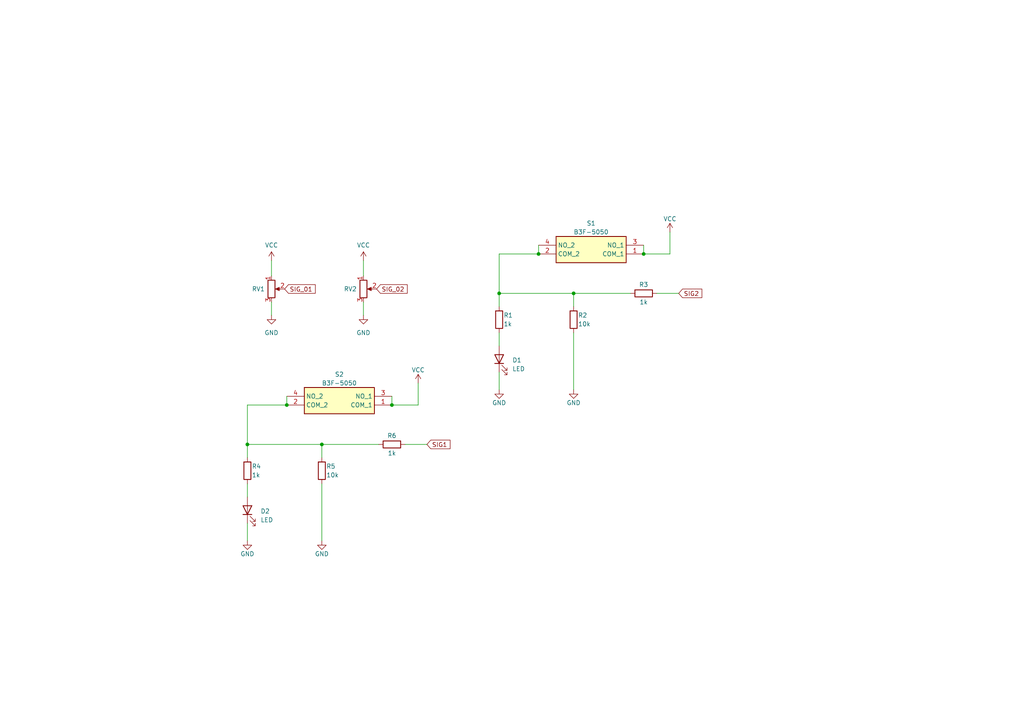
<source format=kicad_sch>
(kicad_sch (version 20230121) (generator eeschema)

  (uuid 999aa2d3-bb5e-4a02-bf60-c8bfc7c4e930)

  (paper "A4")

  (lib_symbols
    (symbol "B3F-5050:B3F-5050" (in_bom yes) (on_board yes)
      (property "Reference" "S" (at 26.67 7.62 0)
        (effects (font (size 1.27 1.27)) (justify left top))
      )
      (property "Value" "B3F-5050" (at 26.67 5.08 0)
        (effects (font (size 1.27 1.27)) (justify left top))
      )
      (property "Footprint" "B3F-4055" (at 26.67 -94.92 0)
        (effects (font (size 1.27 1.27)) (justify left top) hide)
      )
      (property "Datasheet" "https://omronfs.omron.com/en_US/ecb/products/pdf/en-b3f.pdf" (at 26.67 -194.92 0)
        (effects (font (size 1.27 1.27)) (justify left top) hide)
      )
      (property "Height" "" (at 26.67 -394.92 0)
        (effects (font (size 1.27 1.27)) (justify left top) hide)
      )
      (property "Mouser Part Number" "653-B3F-5050" (at 26.67 -494.92 0)
        (effects (font (size 1.27 1.27)) (justify left top) hide)
      )
      (property "Mouser Price/Stock" "https://www.mouser.co.uk/ProductDetail/Omron-Electronics/B3F-5050?qs=dOLq8QE0Pqqk%2FO9x2OpTQw%3D%3D" (at 26.67 -594.92 0)
        (effects (font (size 1.27 1.27)) (justify left top) hide)
      )
      (property "Manufacturer_Name" "Omron Electronics" (at 26.67 -694.92 0)
        (effects (font (size 1.27 1.27)) (justify left top) hide)
      )
      (property "Manufacturer_Part_Number" "B3F-5050" (at 26.67 -794.92 0)
        (effects (font (size 1.27 1.27)) (justify left top) hide)
      )
      (property "ki_description" "Tactile Switches 12x12mm Lg Svc Life Ht 7.3mm" (at 0 0 0)
        (effects (font (size 1.27 1.27)) hide)
      )
      (symbol "B3F-5050_1_1"
        (rectangle (start 5.08 2.54) (end 25.4 -5.08)
          (stroke (width 0.254) (type default))
          (fill (type background))
        )
        (pin passive line (at 30.48 -2.54 180) (length 5.08)
          (name "COM_1" (effects (font (size 1.27 1.27))))
          (number "1" (effects (font (size 1.27 1.27))))
        )
        (pin passive line (at 0 -2.54 0) (length 5.08)
          (name "COM_2" (effects (font (size 1.27 1.27))))
          (number "2" (effects (font (size 1.27 1.27))))
        )
        (pin passive line (at 30.48 0 180) (length 5.08)
          (name "NO_1" (effects (font (size 1.27 1.27))))
          (number "3" (effects (font (size 1.27 1.27))))
        )
        (pin passive line (at 0 0 0) (length 5.08)
          (name "NO_2" (effects (font (size 1.27 1.27))))
          (number "4" (effects (font (size 1.27 1.27))))
        )
      )
    )
    (symbol "Device:LED" (pin_numbers hide) (pin_names (offset 1.016) hide) (in_bom yes) (on_board yes)
      (property "Reference" "D" (at 0 2.54 0)
        (effects (font (size 1.27 1.27)))
      )
      (property "Value" "LED" (at 0 -2.54 0)
        (effects (font (size 1.27 1.27)))
      )
      (property "Footprint" "" (at 0 0 0)
        (effects (font (size 1.27 1.27)) hide)
      )
      (property "Datasheet" "~" (at 0 0 0)
        (effects (font (size 1.27 1.27)) hide)
      )
      (property "ki_keywords" "LED diode" (at 0 0 0)
        (effects (font (size 1.27 1.27)) hide)
      )
      (property "ki_description" "Light emitting diode" (at 0 0 0)
        (effects (font (size 1.27 1.27)) hide)
      )
      (property "ki_fp_filters" "LED* LED_SMD:* LED_THT:*" (at 0 0 0)
        (effects (font (size 1.27 1.27)) hide)
      )
      (symbol "LED_0_1"
        (polyline
          (pts
            (xy -1.27 -1.27)
            (xy -1.27 1.27)
          )
          (stroke (width 0.254) (type default))
          (fill (type none))
        )
        (polyline
          (pts
            (xy -1.27 0)
            (xy 1.27 0)
          )
          (stroke (width 0) (type default))
          (fill (type none))
        )
        (polyline
          (pts
            (xy 1.27 -1.27)
            (xy 1.27 1.27)
            (xy -1.27 0)
            (xy 1.27 -1.27)
          )
          (stroke (width 0.254) (type default))
          (fill (type none))
        )
        (polyline
          (pts
            (xy -3.048 -0.762)
            (xy -4.572 -2.286)
            (xy -3.81 -2.286)
            (xy -4.572 -2.286)
            (xy -4.572 -1.524)
          )
          (stroke (width 0) (type default))
          (fill (type none))
        )
        (polyline
          (pts
            (xy -1.778 -0.762)
            (xy -3.302 -2.286)
            (xy -2.54 -2.286)
            (xy -3.302 -2.286)
            (xy -3.302 -1.524)
          )
          (stroke (width 0) (type default))
          (fill (type none))
        )
      )
      (symbol "LED_1_1"
        (pin passive line (at -3.81 0 0) (length 2.54)
          (name "K" (effects (font (size 1.27 1.27))))
          (number "1" (effects (font (size 1.27 1.27))))
        )
        (pin passive line (at 3.81 0 180) (length 2.54)
          (name "A" (effects (font (size 1.27 1.27))))
          (number "2" (effects (font (size 1.27 1.27))))
        )
      )
    )
    (symbol "Device:R" (pin_numbers hide) (pin_names (offset 0)) (in_bom yes) (on_board yes)
      (property "Reference" "R" (at 2.032 0 90)
        (effects (font (size 1.27 1.27)))
      )
      (property "Value" "R" (at 0 0 90)
        (effects (font (size 1.27 1.27)))
      )
      (property "Footprint" "" (at -1.778 0 90)
        (effects (font (size 1.27 1.27)) hide)
      )
      (property "Datasheet" "~" (at 0 0 0)
        (effects (font (size 1.27 1.27)) hide)
      )
      (property "ki_keywords" "R res resistor" (at 0 0 0)
        (effects (font (size 1.27 1.27)) hide)
      )
      (property "ki_description" "Resistor" (at 0 0 0)
        (effects (font (size 1.27 1.27)) hide)
      )
      (property "ki_fp_filters" "R_*" (at 0 0 0)
        (effects (font (size 1.27 1.27)) hide)
      )
      (symbol "R_0_1"
        (rectangle (start -1.016 -2.54) (end 1.016 2.54)
          (stroke (width 0.254) (type default))
          (fill (type none))
        )
      )
      (symbol "R_1_1"
        (pin passive line (at 0 3.81 270) (length 1.27)
          (name "~" (effects (font (size 1.27 1.27))))
          (number "1" (effects (font (size 1.27 1.27))))
        )
        (pin passive line (at 0 -3.81 90) (length 1.27)
          (name "~" (effects (font (size 1.27 1.27))))
          (number "2" (effects (font (size 1.27 1.27))))
        )
      )
    )
    (symbol "Device:R_Potentiometer" (pin_names (offset 1.016) hide) (in_bom yes) (on_board yes)
      (property "Reference" "RV" (at -4.445 0 90)
        (effects (font (size 1.27 1.27)))
      )
      (property "Value" "R_Potentiometer" (at -2.54 0 90)
        (effects (font (size 1.27 1.27)))
      )
      (property "Footprint" "" (at 0 0 0)
        (effects (font (size 1.27 1.27)) hide)
      )
      (property "Datasheet" "~" (at 0 0 0)
        (effects (font (size 1.27 1.27)) hide)
      )
      (property "ki_keywords" "resistor variable" (at 0 0 0)
        (effects (font (size 1.27 1.27)) hide)
      )
      (property "ki_description" "Potentiometer" (at 0 0 0)
        (effects (font (size 1.27 1.27)) hide)
      )
      (property "ki_fp_filters" "Potentiometer*" (at 0 0 0)
        (effects (font (size 1.27 1.27)) hide)
      )
      (symbol "R_Potentiometer_0_1"
        (polyline
          (pts
            (xy 2.54 0)
            (xy 1.524 0)
          )
          (stroke (width 0) (type default))
          (fill (type none))
        )
        (polyline
          (pts
            (xy 1.143 0)
            (xy 2.286 0.508)
            (xy 2.286 -0.508)
            (xy 1.143 0)
          )
          (stroke (width 0) (type default))
          (fill (type outline))
        )
        (rectangle (start 1.016 2.54) (end -1.016 -2.54)
          (stroke (width 0.254) (type default))
          (fill (type none))
        )
      )
      (symbol "R_Potentiometer_1_1"
        (pin passive line (at 0 3.81 270) (length 1.27)
          (name "1" (effects (font (size 1.27 1.27))))
          (number "1" (effects (font (size 1.27 1.27))))
        )
        (pin passive line (at 3.81 0 180) (length 1.27)
          (name "2" (effects (font (size 1.27 1.27))))
          (number "2" (effects (font (size 1.27 1.27))))
        )
        (pin passive line (at 0 -3.81 90) (length 1.27)
          (name "3" (effects (font (size 1.27 1.27))))
          (number "3" (effects (font (size 1.27 1.27))))
        )
      )
    )
    (symbol "power:GND" (power) (pin_names (offset 0)) (in_bom yes) (on_board yes)
      (property "Reference" "#PWR" (at 0 -6.35 0)
        (effects (font (size 1.27 1.27)) hide)
      )
      (property "Value" "GND" (at 0 -3.81 0)
        (effects (font (size 1.27 1.27)))
      )
      (property "Footprint" "" (at 0 0 0)
        (effects (font (size 1.27 1.27)) hide)
      )
      (property "Datasheet" "" (at 0 0 0)
        (effects (font (size 1.27 1.27)) hide)
      )
      (property "ki_keywords" "global power" (at 0 0 0)
        (effects (font (size 1.27 1.27)) hide)
      )
      (property "ki_description" "Power symbol creates a global label with name \"GND\" , ground" (at 0 0 0)
        (effects (font (size 1.27 1.27)) hide)
      )
      (symbol "GND_0_1"
        (polyline
          (pts
            (xy 0 0)
            (xy 0 -1.27)
            (xy 1.27 -1.27)
            (xy 0 -2.54)
            (xy -1.27 -1.27)
            (xy 0 -1.27)
          )
          (stroke (width 0) (type default))
          (fill (type none))
        )
      )
      (symbol "GND_1_1"
        (pin power_in line (at 0 0 270) (length 0) hide
          (name "GND" (effects (font (size 1.27 1.27))))
          (number "1" (effects (font (size 1.27 1.27))))
        )
      )
    )
    (symbol "power:VCC" (power) (pin_names (offset 0)) (in_bom yes) (on_board yes)
      (property "Reference" "#PWR" (at 0 -3.81 0)
        (effects (font (size 1.27 1.27)) hide)
      )
      (property "Value" "VCC" (at 0 3.81 0)
        (effects (font (size 1.27 1.27)))
      )
      (property "Footprint" "" (at 0 0 0)
        (effects (font (size 1.27 1.27)) hide)
      )
      (property "Datasheet" "" (at 0 0 0)
        (effects (font (size 1.27 1.27)) hide)
      )
      (property "ki_keywords" "global power" (at 0 0 0)
        (effects (font (size 1.27 1.27)) hide)
      )
      (property "ki_description" "Power symbol creates a global label with name \"VCC\"" (at 0 0 0)
        (effects (font (size 1.27 1.27)) hide)
      )
      (symbol "VCC_0_1"
        (polyline
          (pts
            (xy -0.762 1.27)
            (xy 0 2.54)
          )
          (stroke (width 0) (type default))
          (fill (type none))
        )
        (polyline
          (pts
            (xy 0 0)
            (xy 0 2.54)
          )
          (stroke (width 0) (type default))
          (fill (type none))
        )
        (polyline
          (pts
            (xy 0 2.54)
            (xy 0.762 1.27)
          )
          (stroke (width 0) (type default))
          (fill (type none))
        )
      )
      (symbol "VCC_1_1"
        (pin power_in line (at 0 0 90) (length 0) hide
          (name "VCC" (effects (font (size 1.27 1.27))))
          (number "1" (effects (font (size 1.27 1.27))))
        )
      )
    )
  )

  (junction (at 156.21 73.66) (diameter 0) (color 0 0 0 0)
    (uuid 316e0fca-e9e8-4da5-bb7f-c517b6c83b9e)
  )
  (junction (at 113.665 117.475) (diameter 0) (color 0 0 0 0)
    (uuid 37a9c55e-69ff-4481-b64c-d87f8a5dfc5c)
  )
  (junction (at 186.69 73.66) (diameter 0) (color 0 0 0 0)
    (uuid 6e48769c-996e-4dde-9eb8-a97627becfb0)
  )
  (junction (at 93.345 128.905) (diameter 0) (color 0 0 0 0)
    (uuid 76485d5b-7e80-43bf-8464-c7f23557673d)
  )
  (junction (at 144.78 85.09) (diameter 0) (color 0 0 0 0)
    (uuid 887dd5bb-dc71-4b41-b3ea-3c4915781370)
  )
  (junction (at 71.755 128.905) (diameter 0) (color 0 0 0 0)
    (uuid d69099d6-6200-4d53-90f5-df290273f650)
  )
  (junction (at 83.185 117.475) (diameter 0) (color 0 0 0 0)
    (uuid da66cda0-9f75-442f-9006-c7e44bd60556)
  )
  (junction (at 166.37 85.09) (diameter 0) (color 0 0 0 0)
    (uuid e0f33de3-3536-4dc0-9ad2-0fc6dc3c5daf)
  )

  (wire (pts (xy 78.74 75.565) (xy 78.74 80.01))
    (stroke (width 0) (type default))
    (uuid 038ffde8-186d-4cfa-a5fa-044a5c77ce88)
  )
  (wire (pts (xy 71.755 128.905) (xy 71.755 132.715))
    (stroke (width 0) (type default))
    (uuid 10f4d343-a84e-456e-97ee-a5c150785a69)
  )
  (wire (pts (xy 156.21 73.66) (xy 156.21 71.12))
    (stroke (width 0) (type default))
    (uuid 18a6613a-a828-4d9d-9a8c-e88c60ee0086)
  )
  (wire (pts (xy 144.78 73.66) (xy 144.78 85.09))
    (stroke (width 0) (type default))
    (uuid 1d3e42bb-e734-44e4-9c1d-b382fbefa299)
  )
  (wire (pts (xy 78.74 87.63) (xy 78.74 91.44))
    (stroke (width 0) (type default))
    (uuid 1ffa9e93-35aa-4973-9aef-dbba1365481d)
  )
  (wire (pts (xy 166.37 96.52) (xy 166.37 113.03))
    (stroke (width 0) (type default))
    (uuid 232952da-e8d0-478c-a850-5ccacb1ef54f)
  )
  (wire (pts (xy 121.285 117.475) (xy 113.665 117.475))
    (stroke (width 0) (type default))
    (uuid 40c2ed78-0de1-45a1-a54f-decb2e460fdb)
  )
  (wire (pts (xy 194.31 67.31) (xy 194.31 73.66))
    (stroke (width 0) (type default))
    (uuid 41fa9dd4-9cb3-4ba2-9475-5d33c3c9e9a2)
  )
  (wire (pts (xy 144.78 107.95) (xy 144.78 113.03))
    (stroke (width 0) (type default))
    (uuid 45b2b6fb-dd63-4677-896f-98c7d1d4ad25)
  )
  (wire (pts (xy 144.78 85.09) (xy 144.78 88.9))
    (stroke (width 0) (type default))
    (uuid 473b8282-d5db-4103-911d-37c04ef11c04)
  )
  (wire (pts (xy 71.755 128.905) (xy 93.345 128.905))
    (stroke (width 0) (type default))
    (uuid 482e5133-eab4-45de-9b1a-c65c4e942dcb)
  )
  (wire (pts (xy 93.345 132.715) (xy 93.345 128.905))
    (stroke (width 0) (type default))
    (uuid 4830dfef-6322-4ac5-afee-200ad54e17a9)
  )
  (wire (pts (xy 83.185 117.475) (xy 83.185 114.935))
    (stroke (width 0) (type default))
    (uuid 61489131-7877-4901-aed0-62a13a0489eb)
  )
  (wire (pts (xy 117.475 128.905) (xy 123.825 128.905))
    (stroke (width 0) (type default))
    (uuid 68df7d7f-1125-4afd-bd3f-926bbc131364)
  )
  (wire (pts (xy 166.37 88.9) (xy 166.37 85.09))
    (stroke (width 0) (type default))
    (uuid 6cdd9671-22de-4e9f-9ea0-588d73fe9999)
  )
  (wire (pts (xy 156.21 73.66) (xy 144.78 73.66))
    (stroke (width 0) (type default))
    (uuid 6ded34f5-9fe5-4d73-a822-f984956e9b9f)
  )
  (wire (pts (xy 83.185 117.475) (xy 71.755 117.475))
    (stroke (width 0) (type default))
    (uuid 7614bae0-b521-41fd-9d29-ab321007d4db)
  )
  (wire (pts (xy 93.345 140.335) (xy 93.345 156.845))
    (stroke (width 0) (type default))
    (uuid 791c0dba-117e-4aa3-a5fc-c1548cf9f4b1)
  )
  (wire (pts (xy 186.69 71.12) (xy 186.69 73.66))
    (stroke (width 0) (type default))
    (uuid 87f7d3e3-30aa-47f9-8b7d-b67a24222b26)
  )
  (wire (pts (xy 71.755 151.765) (xy 71.755 156.845))
    (stroke (width 0) (type default))
    (uuid 88475d42-6b32-47c4-a778-072df12c5fe7)
  )
  (wire (pts (xy 144.78 96.52) (xy 144.78 100.33))
    (stroke (width 0) (type default))
    (uuid 8a67dc1c-5671-4d9b-a1ec-ff6e56edd161)
  )
  (wire (pts (xy 190.5 85.09) (xy 196.85 85.09))
    (stroke (width 0) (type default))
    (uuid 9842cf65-f063-41bc-8e99-2f444333c33d)
  )
  (wire (pts (xy 105.41 87.63) (xy 105.41 91.44))
    (stroke (width 0) (type default))
    (uuid 9cdd9942-effb-40c1-b43c-9fe532ddf477)
  )
  (wire (pts (xy 121.285 111.125) (xy 121.285 117.475))
    (stroke (width 0) (type default))
    (uuid a224285f-4070-4785-a499-7a6dc6991de6)
  )
  (wire (pts (xy 93.345 128.905) (xy 109.855 128.905))
    (stroke (width 0) (type default))
    (uuid a3ebc133-3a5b-422b-9b8f-edf17d805378)
  )
  (wire (pts (xy 194.31 73.66) (xy 186.69 73.66))
    (stroke (width 0) (type default))
    (uuid b9684dfa-d6bb-419c-9031-1b925bccf1d6)
  )
  (wire (pts (xy 71.755 117.475) (xy 71.755 128.905))
    (stroke (width 0) (type default))
    (uuid c81e1d12-6b33-43fe-8e49-95f92316f095)
  )
  (wire (pts (xy 113.665 114.935) (xy 113.665 117.475))
    (stroke (width 0) (type default))
    (uuid ca9453d1-0288-4943-af4a-41b1ec961788)
  )
  (wire (pts (xy 105.41 75.565) (xy 105.41 80.01))
    (stroke (width 0) (type default))
    (uuid d1723b81-ddda-4e07-8954-cad5855a5e11)
  )
  (wire (pts (xy 166.37 85.09) (xy 182.88 85.09))
    (stroke (width 0) (type default))
    (uuid ebd41843-8f5c-4c97-b626-3ed18da3f2c1)
  )
  (wire (pts (xy 144.78 85.09) (xy 166.37 85.09))
    (stroke (width 0) (type default))
    (uuid ef495ee0-3ec1-4acc-8756-bbc5c909b0c0)
  )
  (wire (pts (xy 71.755 140.335) (xy 71.755 144.145))
    (stroke (width 0) (type default))
    (uuid f0bc5bc4-ca58-48ea-889d-7c06993493cf)
  )

  (global_label "SIG_02" (shape input) (at 109.22 83.82 0) (fields_autoplaced)
    (effects (font (size 1.27 1.27)) (justify left))
    (uuid 58677d4a-132f-45ea-9f37-488f49596f19)
    (property "Intersheetrefs" "${INTERSHEET_REFS}" (at 118.5967 83.82 0)
      (effects (font (size 1.27 1.27)) (justify left) hide)
    )
  )
  (global_label "SIG_01" (shape input) (at 82.55 83.82 0) (fields_autoplaced)
    (effects (font (size 1.27 1.27)) (justify left))
    (uuid 85120bd0-5b8b-40c6-8482-656b5aeed5f7)
    (property "Intersheetrefs" "${INTERSHEET_REFS}" (at 91.9267 83.82 0)
      (effects (font (size 1.27 1.27)) (justify left) hide)
    )
  )
  (global_label "SIG2" (shape input) (at 196.85 85.09 0) (fields_autoplaced)
    (effects (font (size 1.27 1.27)) (justify left))
    (uuid b24ecf5a-5d8c-4221-b398-da9590dc2a3f)
    (property "Intersheetrefs" "${INTERSHEET_REFS}" (at 204.0496 85.09 0)
      (effects (font (size 1.27 1.27)) (justify left) hide)
    )
  )
  (global_label "SIG1" (shape input) (at 123.825 128.905 0) (fields_autoplaced)
    (effects (font (size 1.27 1.27)) (justify left))
    (uuid f6128ef2-2075-4f4b-8648-37e2f9a55087)
    (property "Intersheetrefs" "${INTERSHEET_REFS}" (at 131.0246 128.905 0)
      (effects (font (size 1.27 1.27)) (justify left) hide)
    )
  )

  (symbol (lib_id "power:VCC") (at 121.285 111.125 0) (unit 1)
    (in_bom yes) (on_board yes) (dnp no)
    (uuid 0a6eb514-fb40-45a8-9c8b-15b888a45d8a)
    (property "Reference" "#PWR010" (at 121.285 114.935 0)
      (effects (font (size 1.27 1.27)) hide)
    )
    (property "Value" "VCC" (at 121.285 107.315 0)
      (effects (font (size 1.27 1.27)))
    )
    (property "Footprint" "" (at 121.285 111.125 0)
      (effects (font (size 1.27 1.27)) hide)
    )
    (property "Datasheet" "" (at 121.285 111.125 0)
      (effects (font (size 1.27 1.27)) hide)
    )
    (pin "1" (uuid 483c25fc-7817-4d35-8fc0-12cadbfdccfe))
    (instances
      (project "0038_POT_Module_Classic"
        (path "/999aa2d3-bb5e-4a02-bf60-c8bfc7c4e930"
          (reference "#PWR010") (unit 1)
        )
      )
      (project "0028_Button_Module_Tact"
        (path "/ca18d0e3-86a9-4ef1-b4ed-e090781e5c0b"
          (reference "#PWR03") (unit 1)
        )
      )
    )
  )

  (symbol (lib_id "Device:R") (at 113.665 128.905 90) (unit 1)
    (in_bom yes) (on_board yes) (dnp no)
    (uuid 16a36c4f-baa5-4322-8967-08a05548630c)
    (property "Reference" "R6" (at 113.665 126.365 90)
      (effects (font (size 1.27 1.27)))
    )
    (property "Value" "1k" (at 113.665 131.445 90)
      (effects (font (size 1.27 1.27)))
    )
    (property "Footprint" "" (at 113.665 130.683 90)
      (effects (font (size 1.27 1.27)) hide)
    )
    (property "Datasheet" "~" (at 113.665 128.905 0)
      (effects (font (size 1.27 1.27)) hide)
    )
    (pin "1" (uuid 97802f29-4a98-4eae-8e6d-1575d03bcf44))
    (pin "2" (uuid 0356d7e8-10be-4b80-8b59-1f8f4c5459ca))
    (instances
      (project "0038_POT_Module_Classic"
        (path "/999aa2d3-bb5e-4a02-bf60-c8bfc7c4e930"
          (reference "R6") (unit 1)
        )
      )
      (project "0028_Button_Module_Tact"
        (path "/ca18d0e3-86a9-4ef1-b4ed-e090781e5c0b"
          (reference "R3") (unit 1)
        )
      )
    )
  )

  (symbol (lib_id "B3F-5050:B3F-5050") (at 83.185 114.935 0) (unit 1)
    (in_bom yes) (on_board yes) (dnp no)
    (uuid 1eefc086-d564-4171-8eb4-d0aba2b9f182)
    (property "Reference" "S2" (at 98.425 108.585 0)
      (effects (font (size 1.27 1.27)))
    )
    (property "Value" "B3F-5050" (at 98.425 111.125 0)
      (effects (font (size 1.27 1.27)))
    )
    (property "Footprint" "B3F-4055" (at 109.855 209.855 0)
      (effects (font (size 1.27 1.27)) (justify left top) hide)
    )
    (property "Datasheet" "https://omronfs.omron.com/en_US/ecb/products/pdf/en-b3f.pdf" (at 109.855 309.855 0)
      (effects (font (size 1.27 1.27)) (justify left top) hide)
    )
    (property "Height" "" (at 109.855 509.855 0)
      (effects (font (size 1.27 1.27)) (justify left top) hide)
    )
    (property "Mouser Part Number" "653-B3F-5050" (at 109.855 609.855 0)
      (effects (font (size 1.27 1.27)) (justify left top) hide)
    )
    (property "Mouser Price/Stock" "https://www.mouser.co.uk/ProductDetail/Omron-Electronics/B3F-5050?qs=dOLq8QE0Pqqk%2FO9x2OpTQw%3D%3D" (at 109.855 709.855 0)
      (effects (font (size 1.27 1.27)) (justify left top) hide)
    )
    (property "Manufacturer_Name" "Omron Electronics" (at 109.855 809.855 0)
      (effects (font (size 1.27 1.27)) (justify left top) hide)
    )
    (property "Manufacturer_Part_Number" "B3F-5050" (at 109.855 909.855 0)
      (effects (font (size 1.27 1.27)) (justify left top) hide)
    )
    (pin "1" (uuid f13680a2-1612-4429-a8d7-ff7f4ad20daf))
    (pin "2" (uuid 3eadbd02-f49f-4dab-8e2d-b24ebeb27682))
    (pin "3" (uuid 1c7f9be1-54a8-411a-a3cf-e78e33b25e0e))
    (pin "4" (uuid 4e0cfd59-dd87-4422-8acc-873a8542ca18))
    (instances
      (project "0038_POT_Module_Classic"
        (path "/999aa2d3-bb5e-4a02-bf60-c8bfc7c4e930"
          (reference "S2") (unit 1)
        )
      )
      (project "0028_Button_Module_Tact"
        (path "/ca18d0e3-86a9-4ef1-b4ed-e090781e5c0b"
          (reference "S1") (unit 1)
        )
      )
    )
  )

  (symbol (lib_id "Device:R") (at 166.37 92.71 0) (unit 1)
    (in_bom yes) (on_board yes) (dnp no)
    (uuid 260d089c-cceb-41ba-afb9-186c5280a490)
    (property "Reference" "R2" (at 167.64 91.44 0)
      (effects (font (size 1.27 1.27)) (justify left))
    )
    (property "Value" "10k" (at 167.64 93.98 0)
      (effects (font (size 1.27 1.27)) (justify left))
    )
    (property "Footprint" "" (at 164.592 92.71 90)
      (effects (font (size 1.27 1.27)) hide)
    )
    (property "Datasheet" "~" (at 166.37 92.71 0)
      (effects (font (size 1.27 1.27)) hide)
    )
    (pin "1" (uuid f364fcdc-79f3-4e96-9f0d-00587ccfaae8))
    (pin "2" (uuid e669624c-48f7-4a74-8f64-88b8d3b1455d))
    (instances
      (project "0038_POT_Module_Classic"
        (path "/999aa2d3-bb5e-4a02-bf60-c8bfc7c4e930"
          (reference "R2") (unit 1)
        )
      )
      (project "0028_Button_Module_Tact"
        (path "/ca18d0e3-86a9-4ef1-b4ed-e090781e5c0b"
          (reference "R2") (unit 1)
        )
      )
    )
  )

  (symbol (lib_id "power:GND") (at 166.37 113.03 0) (unit 1)
    (in_bom yes) (on_board yes) (dnp no)
    (uuid 29a777a6-bc55-4e9c-9338-df0ad28c2333)
    (property "Reference" "#PWR06" (at 166.37 119.38 0)
      (effects (font (size 1.27 1.27)) hide)
    )
    (property "Value" "GND" (at 166.37 116.84 0)
      (effects (font (size 1.27 1.27)))
    )
    (property "Footprint" "" (at 166.37 113.03 0)
      (effects (font (size 1.27 1.27)) hide)
    )
    (property "Datasheet" "" (at 166.37 113.03 0)
      (effects (font (size 1.27 1.27)) hide)
    )
    (pin "1" (uuid bb9442b6-c98a-452b-985f-720caf2fa921))
    (instances
      (project "0038_POT_Module_Classic"
        (path "/999aa2d3-bb5e-4a02-bf60-c8bfc7c4e930"
          (reference "#PWR06") (unit 1)
        )
      )
      (project "0028_Button_Module_Tact"
        (path "/ca18d0e3-86a9-4ef1-b4ed-e090781e5c0b"
          (reference "#PWR02") (unit 1)
        )
      )
    )
  )

  (symbol (lib_id "power:GND") (at 78.74 91.44 0) (unit 1)
    (in_bom yes) (on_board yes) (dnp no) (fields_autoplaced)
    (uuid 4d2cc8d0-2237-4274-85b6-aec6a85897e3)
    (property "Reference" "#PWR03" (at 78.74 97.79 0)
      (effects (font (size 1.27 1.27)) hide)
    )
    (property "Value" "GND" (at 78.74 96.52 0)
      (effects (font (size 1.27 1.27)))
    )
    (property "Footprint" "" (at 78.74 91.44 0)
      (effects (font (size 1.27 1.27)) hide)
    )
    (property "Datasheet" "" (at 78.74 91.44 0)
      (effects (font (size 1.27 1.27)) hide)
    )
    (pin "1" (uuid e092f361-292b-4c9c-963f-19f2d8e9386f))
    (instances
      (project "0038_POT_Module_Classic"
        (path "/999aa2d3-bb5e-4a02-bf60-c8bfc7c4e930"
          (reference "#PWR03") (unit 1)
        )
      )
    )
  )

  (symbol (lib_id "power:GND") (at 144.78 113.03 0) (unit 1)
    (in_bom yes) (on_board yes) (dnp no)
    (uuid 50efe12c-b915-4735-ad9c-97c512a42d4b)
    (property "Reference" "#PWR05" (at 144.78 119.38 0)
      (effects (font (size 1.27 1.27)) hide)
    )
    (property "Value" "GND" (at 144.78 116.84 0)
      (effects (font (size 1.27 1.27)))
    )
    (property "Footprint" "" (at 144.78 113.03 0)
      (effects (font (size 1.27 1.27)) hide)
    )
    (property "Datasheet" "" (at 144.78 113.03 0)
      (effects (font (size 1.27 1.27)) hide)
    )
    (pin "1" (uuid 74505ac0-2978-4ed9-90d7-f71c94ea4d4c))
    (instances
      (project "0038_POT_Module_Classic"
        (path "/999aa2d3-bb5e-4a02-bf60-c8bfc7c4e930"
          (reference "#PWR05") (unit 1)
        )
      )
      (project "0028_Button_Module_Tact"
        (path "/ca18d0e3-86a9-4ef1-b4ed-e090781e5c0b"
          (reference "#PWR01") (unit 1)
        )
      )
    )
  )

  (symbol (lib_id "power:VCC") (at 105.41 75.565 0) (unit 1)
    (in_bom yes) (on_board yes) (dnp no) (fields_autoplaced)
    (uuid 6d24ef9c-e380-4c52-8f67-4d2d89ab11a1)
    (property "Reference" "#PWR02" (at 105.41 79.375 0)
      (effects (font (size 1.27 1.27)) hide)
    )
    (property "Value" "VCC" (at 105.41 71.12 0)
      (effects (font (size 1.27 1.27)))
    )
    (property "Footprint" "" (at 105.41 75.565 0)
      (effects (font (size 1.27 1.27)) hide)
    )
    (property "Datasheet" "" (at 105.41 75.565 0)
      (effects (font (size 1.27 1.27)) hide)
    )
    (pin "1" (uuid df2cdeff-34fa-48a0-9bb2-519ceb1f430b))
    (instances
      (project "0038_POT_Module_Classic"
        (path "/999aa2d3-bb5e-4a02-bf60-c8bfc7c4e930"
          (reference "#PWR02") (unit 1)
        )
      )
    )
  )

  (symbol (lib_id "Device:R_Potentiometer") (at 105.41 83.82 0) (unit 1)
    (in_bom yes) (on_board yes) (dnp no) (fields_autoplaced)
    (uuid 7873f7ba-e543-4671-8cf3-00170427e353)
    (property "Reference" "RV2" (at 103.505 83.82 0)
      (effects (font (size 1.27 1.27)) (justify right))
    )
    (property "Value" "R_Potentiometer" (at 103.505 85.09 0)
      (effects (font (size 1.27 1.27)) (justify right) hide)
    )
    (property "Footprint" "" (at 105.41 83.82 0)
      (effects (font (size 1.27 1.27)) hide)
    )
    (property "Datasheet" "~" (at 105.41 83.82 0)
      (effects (font (size 1.27 1.27)) hide)
    )
    (pin "1" (uuid d01bb3e0-8a95-4cac-99fb-08075145b170))
    (pin "2" (uuid be7e04ee-41e2-4409-8dae-20be6e8f2921))
    (pin "3" (uuid 2c615f94-90ac-4c69-99c4-3cb5e8efc6fc))
    (instances
      (project "0038_POT_Module_Classic"
        (path "/999aa2d3-bb5e-4a02-bf60-c8bfc7c4e930"
          (reference "RV2") (unit 1)
        )
      )
    )
  )

  (symbol (lib_id "Device:R") (at 144.78 92.71 0) (unit 1)
    (in_bom yes) (on_board yes) (dnp no)
    (uuid 988e3383-1616-4ecf-bf8c-ab7063706eb9)
    (property "Reference" "R1" (at 146.05 91.44 0)
      (effects (font (size 1.27 1.27)) (justify left))
    )
    (property "Value" "1k" (at 146.05 93.98 0)
      (effects (font (size 1.27 1.27)) (justify left))
    )
    (property "Footprint" "" (at 143.002 92.71 90)
      (effects (font (size 1.27 1.27)) hide)
    )
    (property "Datasheet" "~" (at 144.78 92.71 0)
      (effects (font (size 1.27 1.27)) hide)
    )
    (pin "1" (uuid a66c6c18-4f41-4722-a408-47c60816db29))
    (pin "2" (uuid 8e9e16a5-c0a9-471e-9022-5e216a691f1f))
    (instances
      (project "0038_POT_Module_Classic"
        (path "/999aa2d3-bb5e-4a02-bf60-c8bfc7c4e930"
          (reference "R1") (unit 1)
        )
      )
      (project "0028_Button_Module_Tact"
        (path "/ca18d0e3-86a9-4ef1-b4ed-e090781e5c0b"
          (reference "R1") (unit 1)
        )
      )
    )
  )

  (symbol (lib_id "power:GND") (at 71.755 156.845 0) (unit 1)
    (in_bom yes) (on_board yes) (dnp no)
    (uuid 9f470d9d-d1f5-4da7-9ff4-577d18b32bed)
    (property "Reference" "#PWR08" (at 71.755 163.195 0)
      (effects (font (size 1.27 1.27)) hide)
    )
    (property "Value" "GND" (at 71.755 160.655 0)
      (effects (font (size 1.27 1.27)))
    )
    (property "Footprint" "" (at 71.755 156.845 0)
      (effects (font (size 1.27 1.27)) hide)
    )
    (property "Datasheet" "" (at 71.755 156.845 0)
      (effects (font (size 1.27 1.27)) hide)
    )
    (pin "1" (uuid 0c47923c-5abf-423a-afce-a24e7bbba130))
    (instances
      (project "0038_POT_Module_Classic"
        (path "/999aa2d3-bb5e-4a02-bf60-c8bfc7c4e930"
          (reference "#PWR08") (unit 1)
        )
      )
      (project "0028_Button_Module_Tact"
        (path "/ca18d0e3-86a9-4ef1-b4ed-e090781e5c0b"
          (reference "#PWR01") (unit 1)
        )
      )
    )
  )

  (symbol (lib_id "power:VCC") (at 78.74 75.565 0) (unit 1)
    (in_bom yes) (on_board yes) (dnp no) (fields_autoplaced)
    (uuid c865e047-f24a-466f-b1a4-03865ec8df90)
    (property "Reference" "#PWR01" (at 78.74 79.375 0)
      (effects (font (size 1.27 1.27)) hide)
    )
    (property "Value" "VCC" (at 78.74 71.12 0)
      (effects (font (size 1.27 1.27)))
    )
    (property "Footprint" "" (at 78.74 75.565 0)
      (effects (font (size 1.27 1.27)) hide)
    )
    (property "Datasheet" "" (at 78.74 75.565 0)
      (effects (font (size 1.27 1.27)) hide)
    )
    (pin "1" (uuid c1d9ef0a-86b9-4846-8749-bef02d94b1ba))
    (instances
      (project "0038_POT_Module_Classic"
        (path "/999aa2d3-bb5e-4a02-bf60-c8bfc7c4e930"
          (reference "#PWR01") (unit 1)
        )
      )
    )
  )

  (symbol (lib_id "Device:R_Potentiometer") (at 78.74 83.82 0) (unit 1)
    (in_bom yes) (on_board yes) (dnp no) (fields_autoplaced)
    (uuid ce2a483d-425c-4204-b7b4-09fe6dd00ebd)
    (property "Reference" "RV1" (at 76.835 83.82 0)
      (effects (font (size 1.27 1.27)) (justify right))
    )
    (property "Value" "R_Potentiometer" (at 76.835 85.09 0)
      (effects (font (size 1.27 1.27)) (justify right) hide)
    )
    (property "Footprint" "" (at 78.74 83.82 0)
      (effects (font (size 1.27 1.27)) hide)
    )
    (property "Datasheet" "~" (at 78.74 83.82 0)
      (effects (font (size 1.27 1.27)) hide)
    )
    (pin "1" (uuid 01c1b802-bd79-450b-a549-3e287129e1e6))
    (pin "2" (uuid 3d7489b2-5bce-4ccd-9427-22ed8181545c))
    (pin "3" (uuid 4e15b096-1c25-4479-a027-76165674c385))
    (instances
      (project "0038_POT_Module_Classic"
        (path "/999aa2d3-bb5e-4a02-bf60-c8bfc7c4e930"
          (reference "RV1") (unit 1)
        )
      )
    )
  )

  (symbol (lib_id "Device:R") (at 71.755 136.525 0) (unit 1)
    (in_bom yes) (on_board yes) (dnp no)
    (uuid d192f25b-a07c-48ca-ae76-0d68b7049389)
    (property "Reference" "R4" (at 73.025 135.255 0)
      (effects (font (size 1.27 1.27)) (justify left))
    )
    (property "Value" "1k" (at 73.025 137.795 0)
      (effects (font (size 1.27 1.27)) (justify left))
    )
    (property "Footprint" "" (at 69.977 136.525 90)
      (effects (font (size 1.27 1.27)) hide)
    )
    (property "Datasheet" "~" (at 71.755 136.525 0)
      (effects (font (size 1.27 1.27)) hide)
    )
    (pin "1" (uuid 576d07f5-c4c1-48ca-8554-fd6482f04a8b))
    (pin "2" (uuid 3f07e114-9101-4cdc-bd6a-3fe5c431fee0))
    (instances
      (project "0038_POT_Module_Classic"
        (path "/999aa2d3-bb5e-4a02-bf60-c8bfc7c4e930"
          (reference "R4") (unit 1)
        )
      )
      (project "0028_Button_Module_Tact"
        (path "/ca18d0e3-86a9-4ef1-b4ed-e090781e5c0b"
          (reference "R1") (unit 1)
        )
      )
    )
  )

  (symbol (lib_id "B3F-5050:B3F-5050") (at 156.21 71.12 0) (unit 1)
    (in_bom yes) (on_board yes) (dnp no)
    (uuid d4522b51-3bab-4ffc-9a9d-4014aa9c4aed)
    (property "Reference" "S1" (at 171.45 64.77 0)
      (effects (font (size 1.27 1.27)))
    )
    (property "Value" "B3F-5050" (at 171.45 67.31 0)
      (effects (font (size 1.27 1.27)))
    )
    (property "Footprint" "B3F-4055" (at 182.88 166.04 0)
      (effects (font (size 1.27 1.27)) (justify left top) hide)
    )
    (property "Datasheet" "https://omronfs.omron.com/en_US/ecb/products/pdf/en-b3f.pdf" (at 182.88 266.04 0)
      (effects (font (size 1.27 1.27)) (justify left top) hide)
    )
    (property "Height" "" (at 182.88 466.04 0)
      (effects (font (size 1.27 1.27)) (justify left top) hide)
    )
    (property "Mouser Part Number" "653-B3F-5050" (at 182.88 566.04 0)
      (effects (font (size 1.27 1.27)) (justify left top) hide)
    )
    (property "Mouser Price/Stock" "https://www.mouser.co.uk/ProductDetail/Omron-Electronics/B3F-5050?qs=dOLq8QE0Pqqk%2FO9x2OpTQw%3D%3D" (at 182.88 666.04 0)
      (effects (font (size 1.27 1.27)) (justify left top) hide)
    )
    (property "Manufacturer_Name" "Omron Electronics" (at 182.88 766.04 0)
      (effects (font (size 1.27 1.27)) (justify left top) hide)
    )
    (property "Manufacturer_Part_Number" "B3F-5050" (at 182.88 866.04 0)
      (effects (font (size 1.27 1.27)) (justify left top) hide)
    )
    (pin "1" (uuid 469f18c4-ba0d-4702-8c34-35e76a8eedb3))
    (pin "2" (uuid 891943b1-1f2a-4753-a2d3-24def5c81cd6))
    (pin "3" (uuid eff00c49-1505-4690-a16a-4398f8072ea7))
    (pin "4" (uuid 4ac27c7b-1915-4e31-8efa-5dbd065c6572))
    (instances
      (project "0038_POT_Module_Classic"
        (path "/999aa2d3-bb5e-4a02-bf60-c8bfc7c4e930"
          (reference "S1") (unit 1)
        )
      )
      (project "0028_Button_Module_Tact"
        (path "/ca18d0e3-86a9-4ef1-b4ed-e090781e5c0b"
          (reference "S1") (unit 1)
        )
      )
    )
  )

  (symbol (lib_id "Device:R") (at 186.69 85.09 90) (unit 1)
    (in_bom yes) (on_board yes) (dnp no)
    (uuid d8dfa2b4-fa2f-4992-9b56-c2c2bcfd0b0c)
    (property "Reference" "R3" (at 186.69 82.55 90)
      (effects (font (size 1.27 1.27)))
    )
    (property "Value" "1k" (at 186.69 87.63 90)
      (effects (font (size 1.27 1.27)))
    )
    (property "Footprint" "" (at 186.69 86.868 90)
      (effects (font (size 1.27 1.27)) hide)
    )
    (property "Datasheet" "~" (at 186.69 85.09 0)
      (effects (font (size 1.27 1.27)) hide)
    )
    (pin "1" (uuid ee806774-9a44-49ff-b17b-7b6b65949211))
    (pin "2" (uuid a3fd44d6-3ac4-410f-8273-928c516beb05))
    (instances
      (project "0038_POT_Module_Classic"
        (path "/999aa2d3-bb5e-4a02-bf60-c8bfc7c4e930"
          (reference "R3") (unit 1)
        )
      )
      (project "0028_Button_Module_Tact"
        (path "/ca18d0e3-86a9-4ef1-b4ed-e090781e5c0b"
          (reference "R3") (unit 1)
        )
      )
    )
  )

  (symbol (lib_id "Device:R") (at 93.345 136.525 0) (unit 1)
    (in_bom yes) (on_board yes) (dnp no)
    (uuid dc0a0973-2bb6-49d2-ba4f-7db7a5e4bef1)
    (property "Reference" "R5" (at 94.615 135.255 0)
      (effects (font (size 1.27 1.27)) (justify left))
    )
    (property "Value" "10k" (at 94.615 137.795 0)
      (effects (font (size 1.27 1.27)) (justify left))
    )
    (property "Footprint" "" (at 91.567 136.525 90)
      (effects (font (size 1.27 1.27)) hide)
    )
    (property "Datasheet" "~" (at 93.345 136.525 0)
      (effects (font (size 1.27 1.27)) hide)
    )
    (pin "1" (uuid 1552c59a-ad3e-495d-984e-f62b359b1f44))
    (pin "2" (uuid 0692e4fe-1839-411e-9526-5cc45b3e4076))
    (instances
      (project "0038_POT_Module_Classic"
        (path "/999aa2d3-bb5e-4a02-bf60-c8bfc7c4e930"
          (reference "R5") (unit 1)
        )
      )
      (project "0028_Button_Module_Tact"
        (path "/ca18d0e3-86a9-4ef1-b4ed-e090781e5c0b"
          (reference "R2") (unit 1)
        )
      )
    )
  )

  (symbol (lib_id "power:GND") (at 105.41 91.44 0) (unit 1)
    (in_bom yes) (on_board yes) (dnp no) (fields_autoplaced)
    (uuid dc31215e-21fe-4b67-9783-5b7ee58e5b9c)
    (property "Reference" "#PWR04" (at 105.41 97.79 0)
      (effects (font (size 1.27 1.27)) hide)
    )
    (property "Value" "GND" (at 105.41 96.52 0)
      (effects (font (size 1.27 1.27)))
    )
    (property "Footprint" "" (at 105.41 91.44 0)
      (effects (font (size 1.27 1.27)) hide)
    )
    (property "Datasheet" "" (at 105.41 91.44 0)
      (effects (font (size 1.27 1.27)) hide)
    )
    (pin "1" (uuid db6fbf45-ff35-40f2-bd5b-3ae689efcd36))
    (instances
      (project "0038_POT_Module_Classic"
        (path "/999aa2d3-bb5e-4a02-bf60-c8bfc7c4e930"
          (reference "#PWR04") (unit 1)
        )
      )
    )
  )

  (symbol (lib_id "power:GND") (at 93.345 156.845 0) (unit 1)
    (in_bom yes) (on_board yes) (dnp no)
    (uuid e6e9d81a-af44-4650-82bf-f9af88641475)
    (property "Reference" "#PWR09" (at 93.345 163.195 0)
      (effects (font (size 1.27 1.27)) hide)
    )
    (property "Value" "GND" (at 93.345 160.655 0)
      (effects (font (size 1.27 1.27)))
    )
    (property "Footprint" "" (at 93.345 156.845 0)
      (effects (font (size 1.27 1.27)) hide)
    )
    (property "Datasheet" "" (at 93.345 156.845 0)
      (effects (font (size 1.27 1.27)) hide)
    )
    (pin "1" (uuid dce2dcf7-6055-4016-a0ad-d1dbdcdacc50))
    (instances
      (project "0038_POT_Module_Classic"
        (path "/999aa2d3-bb5e-4a02-bf60-c8bfc7c4e930"
          (reference "#PWR09") (unit 1)
        )
      )
      (project "0028_Button_Module_Tact"
        (path "/ca18d0e3-86a9-4ef1-b4ed-e090781e5c0b"
          (reference "#PWR02") (unit 1)
        )
      )
    )
  )

  (symbol (lib_id "Device:LED") (at 71.755 147.955 90) (unit 1)
    (in_bom yes) (on_board yes) (dnp no) (fields_autoplaced)
    (uuid e9ce39d4-a1c4-4fe8-9843-18eed1a5eae4)
    (property "Reference" "D2" (at 75.565 148.2725 90)
      (effects (font (size 1.27 1.27)) (justify right))
    )
    (property "Value" "LED" (at 75.565 150.8125 90)
      (effects (font (size 1.27 1.27)) (justify right))
    )
    (property "Footprint" "" (at 71.755 147.955 0)
      (effects (font (size 1.27 1.27)) hide)
    )
    (property "Datasheet" "~" (at 71.755 147.955 0)
      (effects (font (size 1.27 1.27)) hide)
    )
    (pin "1" (uuid 4215091d-0de2-46d7-8a8f-2ad211d9791a))
    (pin "2" (uuid 9f4d9dd4-883a-472d-bebe-6b6cce8615d0))
    (instances
      (project "0038_POT_Module_Classic"
        (path "/999aa2d3-bb5e-4a02-bf60-c8bfc7c4e930"
          (reference "D2") (unit 1)
        )
      )
      (project "0028_Button_Module_Tact"
        (path "/ca18d0e3-86a9-4ef1-b4ed-e090781e5c0b"
          (reference "D1") (unit 1)
        )
      )
    )
  )

  (symbol (lib_id "Device:LED") (at 144.78 104.14 90) (unit 1)
    (in_bom yes) (on_board yes) (dnp no) (fields_autoplaced)
    (uuid eaf9ea4f-b81c-4059-9071-8674aecf2c1b)
    (property "Reference" "D1" (at 148.59 104.4575 90)
      (effects (font (size 1.27 1.27)) (justify right))
    )
    (property "Value" "LED" (at 148.59 106.9975 90)
      (effects (font (size 1.27 1.27)) (justify right))
    )
    (property "Footprint" "" (at 144.78 104.14 0)
      (effects (font (size 1.27 1.27)) hide)
    )
    (property "Datasheet" "~" (at 144.78 104.14 0)
      (effects (font (size 1.27 1.27)) hide)
    )
    (pin "1" (uuid ce07a97b-43f2-4db9-81c9-0256873f4829))
    (pin "2" (uuid b0a52a08-978d-4de3-bead-b44b44b99d5e))
    (instances
      (project "0038_POT_Module_Classic"
        (path "/999aa2d3-bb5e-4a02-bf60-c8bfc7c4e930"
          (reference "D1") (unit 1)
        )
      )
      (project "0028_Button_Module_Tact"
        (path "/ca18d0e3-86a9-4ef1-b4ed-e090781e5c0b"
          (reference "D1") (unit 1)
        )
      )
    )
  )

  (symbol (lib_id "power:VCC") (at 194.31 67.31 0) (unit 1)
    (in_bom yes) (on_board yes) (dnp no)
    (uuid f8696970-33b6-4cde-b4ed-e7da9f441674)
    (property "Reference" "#PWR07" (at 194.31 71.12 0)
      (effects (font (size 1.27 1.27)) hide)
    )
    (property "Value" "VCC" (at 194.31 63.5 0)
      (effects (font (size 1.27 1.27)))
    )
    (property "Footprint" "" (at 194.31 67.31 0)
      (effects (font (size 1.27 1.27)) hide)
    )
    (property "Datasheet" "" (at 194.31 67.31 0)
      (effects (font (size 1.27 1.27)) hide)
    )
    (pin "1" (uuid 8bfa2744-186b-40e1-9e97-fc25c0865dad))
    (instances
      (project "0038_POT_Module_Classic"
        (path "/999aa2d3-bb5e-4a02-bf60-c8bfc7c4e930"
          (reference "#PWR07") (unit 1)
        )
      )
      (project "0028_Button_Module_Tact"
        (path "/ca18d0e3-86a9-4ef1-b4ed-e090781e5c0b"
          (reference "#PWR03") (unit 1)
        )
      )
    )
  )

  (sheet_instances
    (path "/" (page "1"))
  )
)

</source>
